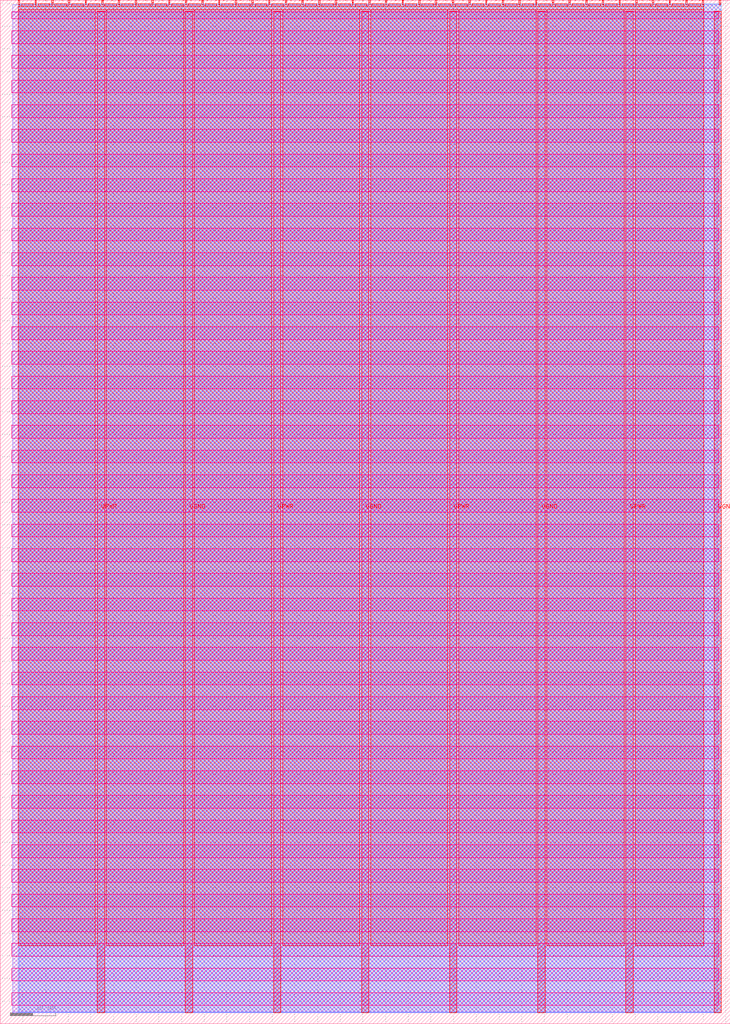
<source format=lef>
VERSION 5.7 ;
  NOWIREEXTENSIONATPIN ON ;
  DIVIDERCHAR "/" ;
  BUSBITCHARS "[]" ;
MACRO tt_um_aerox2_jrb8_computer
  CLASS BLOCK ;
  FOREIGN tt_um_aerox2_jrb8_computer ;
  ORIGIN 0.000 0.000 ;
  SIZE 161.000 BY 225.760 ;
  PIN VGND
    DIRECTION INOUT ;
    USE GROUND ;
    PORT
      LAYER met4 ;
        RECT 40.830 2.480 42.430 223.280 ;
    END
    PORT
      LAYER met4 ;
        RECT 79.700 2.480 81.300 223.280 ;
    END
    PORT
      LAYER met4 ;
        RECT 118.570 2.480 120.170 223.280 ;
    END
    PORT
      LAYER met4 ;
        RECT 157.440 2.480 159.040 223.280 ;
    END
  END VGND
  PIN VPWR
    DIRECTION INOUT ;
    USE POWER ;
    PORT
      LAYER met4 ;
        RECT 21.395 2.480 22.995 223.280 ;
    END
    PORT
      LAYER met4 ;
        RECT 60.265 2.480 61.865 223.280 ;
    END
    PORT
      LAYER met4 ;
        RECT 99.135 2.480 100.735 223.280 ;
    END
    PORT
      LAYER met4 ;
        RECT 138.005 2.480 139.605 223.280 ;
    END
  END VPWR
  PIN clk
    DIRECTION INPUT ;
    USE SIGNAL ;
    ANTENNAGATEAREA 0.852000 ;
    PORT
      LAYER met4 ;
        RECT 154.870 224.760 155.170 225.760 ;
    END
  END clk
  PIN ena
    DIRECTION INPUT ;
    USE SIGNAL ;
    PORT
      LAYER met4 ;
        RECT 158.550 224.760 158.850 225.760 ;
    END
  END ena
  PIN rst_n
    DIRECTION INPUT ;
    USE SIGNAL ;
    ANTENNAGATEAREA 0.196500 ;
    PORT
      LAYER met4 ;
        RECT 151.190 224.760 151.490 225.760 ;
    END
  END rst_n
  PIN ui_in[0]
    DIRECTION INPUT ;
    USE SIGNAL ;
    ANTENNAGATEAREA 0.196500 ;
    PORT
      LAYER met4 ;
        RECT 147.510 224.760 147.810 225.760 ;
    END
  END ui_in[0]
  PIN ui_in[1]
    DIRECTION INPUT ;
    USE SIGNAL ;
    ANTENNAGATEAREA 0.196500 ;
    PORT
      LAYER met4 ;
        RECT 143.830 224.760 144.130 225.760 ;
    END
  END ui_in[1]
  PIN ui_in[2]
    DIRECTION INPUT ;
    USE SIGNAL ;
    ANTENNAGATEAREA 0.196500 ;
    PORT
      LAYER met4 ;
        RECT 140.150 224.760 140.450 225.760 ;
    END
  END ui_in[2]
  PIN ui_in[3]
    DIRECTION INPUT ;
    USE SIGNAL ;
    ANTENNAGATEAREA 0.196500 ;
    PORT
      LAYER met4 ;
        RECT 136.470 224.760 136.770 225.760 ;
    END
  END ui_in[3]
  PIN ui_in[4]
    DIRECTION INPUT ;
    USE SIGNAL ;
    ANTENNAGATEAREA 0.196500 ;
    PORT
      LAYER met4 ;
        RECT 132.790 224.760 133.090 225.760 ;
    END
  END ui_in[4]
  PIN ui_in[5]
    DIRECTION INPUT ;
    USE SIGNAL ;
    ANTENNAGATEAREA 0.196500 ;
    PORT
      LAYER met4 ;
        RECT 129.110 224.760 129.410 225.760 ;
    END
  END ui_in[5]
  PIN ui_in[6]
    DIRECTION INPUT ;
    USE SIGNAL ;
    ANTENNAGATEAREA 0.196500 ;
    PORT
      LAYER met4 ;
        RECT 125.430 224.760 125.730 225.760 ;
    END
  END ui_in[6]
  PIN ui_in[7]
    DIRECTION INPUT ;
    USE SIGNAL ;
    ANTENNAGATEAREA 0.196500 ;
    PORT
      LAYER met4 ;
        RECT 121.750 224.760 122.050 225.760 ;
    END
  END ui_in[7]
  PIN uio_in[0]
    DIRECTION INPUT ;
    USE SIGNAL ;
    PORT
      LAYER met4 ;
        RECT 118.070 224.760 118.370 225.760 ;
    END
  END uio_in[0]
  PIN uio_in[1]
    DIRECTION INPUT ;
    USE SIGNAL ;
    PORT
      LAYER met4 ;
        RECT 114.390 224.760 114.690 225.760 ;
    END
  END uio_in[1]
  PIN uio_in[2]
    DIRECTION INPUT ;
    USE SIGNAL ;
    ANTENNAGATEAREA 0.213000 ;
    PORT
      LAYER met4 ;
        RECT 110.710 224.760 111.010 225.760 ;
    END
  END uio_in[2]
  PIN uio_in[3]
    DIRECTION INPUT ;
    USE SIGNAL ;
    PORT
      LAYER met4 ;
        RECT 107.030 224.760 107.330 225.760 ;
    END
  END uio_in[3]
  PIN uio_in[4]
    DIRECTION INPUT ;
    USE SIGNAL ;
    PORT
      LAYER met4 ;
        RECT 103.350 224.760 103.650 225.760 ;
    END
  END uio_in[4]
  PIN uio_in[5]
    DIRECTION INPUT ;
    USE SIGNAL ;
    PORT
      LAYER met4 ;
        RECT 99.670 224.760 99.970 225.760 ;
    END
  END uio_in[5]
  PIN uio_in[6]
    DIRECTION INPUT ;
    USE SIGNAL ;
    PORT
      LAYER met4 ;
        RECT 95.990 224.760 96.290 225.760 ;
    END
  END uio_in[6]
  PIN uio_in[7]
    DIRECTION INPUT ;
    USE SIGNAL ;
    ANTENNAGATEAREA 0.196500 ;
    PORT
      LAYER met4 ;
        RECT 92.310 224.760 92.610 225.760 ;
    END
  END uio_in[7]
  PIN uio_oe[0]
    DIRECTION OUTPUT TRISTATE ;
    USE SIGNAL ;
    PORT
      LAYER met4 ;
        RECT 29.750 224.760 30.050 225.760 ;
    END
  END uio_oe[0]
  PIN uio_oe[1]
    DIRECTION OUTPUT TRISTATE ;
    USE SIGNAL ;
    PORT
      LAYER met4 ;
        RECT 26.070 224.760 26.370 225.760 ;
    END
  END uio_oe[1]
  PIN uio_oe[2]
    DIRECTION OUTPUT TRISTATE ;
    USE SIGNAL ;
    PORT
      LAYER met4 ;
        RECT 22.390 224.760 22.690 225.760 ;
    END
  END uio_oe[2]
  PIN uio_oe[3]
    DIRECTION OUTPUT TRISTATE ;
    USE SIGNAL ;
    PORT
      LAYER met4 ;
        RECT 18.710 224.760 19.010 225.760 ;
    END
  END uio_oe[3]
  PIN uio_oe[4]
    DIRECTION OUTPUT TRISTATE ;
    USE SIGNAL ;
    PORT
      LAYER met4 ;
        RECT 15.030 224.760 15.330 225.760 ;
    END
  END uio_oe[4]
  PIN uio_oe[5]
    DIRECTION OUTPUT TRISTATE ;
    USE SIGNAL ;
    PORT
      LAYER met4 ;
        RECT 11.350 224.760 11.650 225.760 ;
    END
  END uio_oe[5]
  PIN uio_oe[6]
    DIRECTION OUTPUT TRISTATE ;
    USE SIGNAL ;
    PORT
      LAYER met4 ;
        RECT 7.670 224.760 7.970 225.760 ;
    END
  END uio_oe[6]
  PIN uio_oe[7]
    DIRECTION OUTPUT TRISTATE ;
    USE SIGNAL ;
    PORT
      LAYER met4 ;
        RECT 3.990 224.760 4.290 225.760 ;
    END
  END uio_oe[7]
  PIN uio_out[0]
    DIRECTION OUTPUT TRISTATE ;
    USE SIGNAL ;
    ANTENNADIFFAREA 0.795200 ;
    PORT
      LAYER met4 ;
        RECT 59.190 224.760 59.490 225.760 ;
    END
  END uio_out[0]
  PIN uio_out[1]
    DIRECTION OUTPUT TRISTATE ;
    USE SIGNAL ;
    ANTENNADIFFAREA 0.795200 ;
    PORT
      LAYER met4 ;
        RECT 55.510 224.760 55.810 225.760 ;
    END
  END uio_out[1]
  PIN uio_out[2]
    DIRECTION OUTPUT TRISTATE ;
    USE SIGNAL ;
    PORT
      LAYER met4 ;
        RECT 51.830 224.760 52.130 225.760 ;
    END
  END uio_out[2]
  PIN uio_out[3]
    DIRECTION OUTPUT TRISTATE ;
    USE SIGNAL ;
    ANTENNADIFFAREA 0.795200 ;
    PORT
      LAYER met4 ;
        RECT 48.150 224.760 48.450 225.760 ;
    END
  END uio_out[3]
  PIN uio_out[4]
    DIRECTION OUTPUT TRISTATE ;
    USE SIGNAL ;
    ANTENNADIFFAREA 0.795200 ;
    PORT
      LAYER met4 ;
        RECT 44.470 224.760 44.770 225.760 ;
    END
  END uio_out[4]
  PIN uio_out[5]
    DIRECTION OUTPUT TRISTATE ;
    USE SIGNAL ;
    PORT
      LAYER met4 ;
        RECT 40.790 224.760 41.090 225.760 ;
    END
  END uio_out[5]
  PIN uio_out[6]
    DIRECTION OUTPUT TRISTATE ;
    USE SIGNAL ;
    PORT
      LAYER met4 ;
        RECT 37.110 224.760 37.410 225.760 ;
    END
  END uio_out[6]
  PIN uio_out[7]
    DIRECTION OUTPUT TRISTATE ;
    USE SIGNAL ;
    PORT
      LAYER met4 ;
        RECT 33.430 224.760 33.730 225.760 ;
    END
  END uio_out[7]
  PIN uo_out[0]
    DIRECTION OUTPUT TRISTATE ;
    USE SIGNAL ;
    ANTENNAGATEAREA 0.126000 ;
    ANTENNADIFFAREA 0.891000 ;
    PORT
      LAYER met4 ;
        RECT 88.630 224.760 88.930 225.760 ;
    END
  END uo_out[0]
  PIN uo_out[1]
    DIRECTION OUTPUT TRISTATE ;
    USE SIGNAL ;
    ANTENNAGATEAREA 0.126000 ;
    ANTENNADIFFAREA 0.891000 ;
    PORT
      LAYER met4 ;
        RECT 84.950 224.760 85.250 225.760 ;
    END
  END uo_out[1]
  PIN uo_out[2]
    DIRECTION OUTPUT TRISTATE ;
    USE SIGNAL ;
    ANTENNAGATEAREA 0.126000 ;
    ANTENNADIFFAREA 0.891000 ;
    PORT
      LAYER met4 ;
        RECT 81.270 224.760 81.570 225.760 ;
    END
  END uo_out[2]
  PIN uo_out[3]
    DIRECTION OUTPUT TRISTATE ;
    USE SIGNAL ;
    ANTENNAGATEAREA 0.126000 ;
    ANTENNADIFFAREA 0.891000 ;
    PORT
      LAYER met4 ;
        RECT 77.590 224.760 77.890 225.760 ;
    END
  END uo_out[3]
  PIN uo_out[4]
    DIRECTION OUTPUT TRISTATE ;
    USE SIGNAL ;
    ANTENNAGATEAREA 0.126000 ;
    ANTENNADIFFAREA 0.891000 ;
    PORT
      LAYER met4 ;
        RECT 73.910 224.760 74.210 225.760 ;
    END
  END uo_out[4]
  PIN uo_out[5]
    DIRECTION OUTPUT TRISTATE ;
    USE SIGNAL ;
    ANTENNAGATEAREA 0.126000 ;
    ANTENNADIFFAREA 0.891000 ;
    PORT
      LAYER met4 ;
        RECT 70.230 224.760 70.530 225.760 ;
    END
  END uo_out[5]
  PIN uo_out[6]
    DIRECTION OUTPUT TRISTATE ;
    USE SIGNAL ;
    ANTENNAGATEAREA 0.126000 ;
    ANTENNADIFFAREA 0.891000 ;
    PORT
      LAYER met4 ;
        RECT 66.550 224.760 66.850 225.760 ;
    END
  END uo_out[6]
  PIN uo_out[7]
    DIRECTION OUTPUT TRISTATE ;
    USE SIGNAL ;
    ANTENNAGATEAREA 0.126000 ;
    ANTENNADIFFAREA 0.891000 ;
    PORT
      LAYER met4 ;
        RECT 62.870 224.760 63.170 225.760 ;
    END
  END uo_out[7]
  OBS
      LAYER nwell ;
        RECT 2.570 221.625 158.430 223.230 ;
        RECT 2.570 216.185 158.430 219.015 ;
        RECT 2.570 210.745 158.430 213.575 ;
        RECT 2.570 205.305 158.430 208.135 ;
        RECT 2.570 199.865 158.430 202.695 ;
        RECT 2.570 194.425 158.430 197.255 ;
        RECT 2.570 188.985 158.430 191.815 ;
        RECT 2.570 183.545 158.430 186.375 ;
        RECT 2.570 178.105 158.430 180.935 ;
        RECT 2.570 172.665 158.430 175.495 ;
        RECT 2.570 167.225 158.430 170.055 ;
        RECT 2.570 161.785 158.430 164.615 ;
        RECT 2.570 156.345 158.430 159.175 ;
        RECT 2.570 150.905 158.430 153.735 ;
        RECT 2.570 145.465 158.430 148.295 ;
        RECT 2.570 140.025 158.430 142.855 ;
        RECT 2.570 134.585 158.430 137.415 ;
        RECT 2.570 129.145 158.430 131.975 ;
        RECT 2.570 123.705 158.430 126.535 ;
        RECT 2.570 118.265 158.430 121.095 ;
        RECT 2.570 112.825 158.430 115.655 ;
        RECT 2.570 107.385 158.430 110.215 ;
        RECT 2.570 101.945 158.430 104.775 ;
        RECT 2.570 96.505 158.430 99.335 ;
        RECT 2.570 91.065 158.430 93.895 ;
        RECT 2.570 85.625 158.430 88.455 ;
        RECT 2.570 80.185 158.430 83.015 ;
        RECT 2.570 74.745 158.430 77.575 ;
        RECT 2.570 69.305 158.430 72.135 ;
        RECT 2.570 63.865 158.430 66.695 ;
        RECT 2.570 58.425 158.430 61.255 ;
        RECT 2.570 52.985 158.430 55.815 ;
        RECT 2.570 47.545 158.430 50.375 ;
        RECT 2.570 42.105 158.430 44.935 ;
        RECT 2.570 36.665 158.430 39.495 ;
        RECT 2.570 31.225 158.430 34.055 ;
        RECT 2.570 25.785 158.430 28.615 ;
        RECT 2.570 20.345 158.430 23.175 ;
        RECT 2.570 14.905 158.430 17.735 ;
        RECT 2.570 9.465 158.430 12.295 ;
        RECT 2.570 4.025 158.430 6.855 ;
      LAYER li1 ;
        RECT 2.760 2.635 158.240 223.125 ;
      LAYER met1 ;
        RECT 2.760 2.480 159.040 224.700 ;
      LAYER met2 ;
        RECT 4.230 2.535 159.010 224.925 ;
      LAYER met3 ;
        RECT 3.950 2.555 159.030 224.905 ;
      LAYER met4 ;
        RECT 4.690 224.360 7.270 224.905 ;
        RECT 8.370 224.360 10.950 224.905 ;
        RECT 12.050 224.360 14.630 224.905 ;
        RECT 15.730 224.360 18.310 224.905 ;
        RECT 19.410 224.360 21.990 224.905 ;
        RECT 23.090 224.360 25.670 224.905 ;
        RECT 26.770 224.360 29.350 224.905 ;
        RECT 30.450 224.360 33.030 224.905 ;
        RECT 34.130 224.360 36.710 224.905 ;
        RECT 37.810 224.360 40.390 224.905 ;
        RECT 41.490 224.360 44.070 224.905 ;
        RECT 45.170 224.360 47.750 224.905 ;
        RECT 48.850 224.360 51.430 224.905 ;
        RECT 52.530 224.360 55.110 224.905 ;
        RECT 56.210 224.360 58.790 224.905 ;
        RECT 59.890 224.360 62.470 224.905 ;
        RECT 63.570 224.360 66.150 224.905 ;
        RECT 67.250 224.360 69.830 224.905 ;
        RECT 70.930 224.360 73.510 224.905 ;
        RECT 74.610 224.360 77.190 224.905 ;
        RECT 78.290 224.360 80.870 224.905 ;
        RECT 81.970 224.360 84.550 224.905 ;
        RECT 85.650 224.360 88.230 224.905 ;
        RECT 89.330 224.360 91.910 224.905 ;
        RECT 93.010 224.360 95.590 224.905 ;
        RECT 96.690 224.360 99.270 224.905 ;
        RECT 100.370 224.360 102.950 224.905 ;
        RECT 104.050 224.360 106.630 224.905 ;
        RECT 107.730 224.360 110.310 224.905 ;
        RECT 111.410 224.360 113.990 224.905 ;
        RECT 115.090 224.360 117.670 224.905 ;
        RECT 118.770 224.360 121.350 224.905 ;
        RECT 122.450 224.360 125.030 224.905 ;
        RECT 126.130 224.360 128.710 224.905 ;
        RECT 129.810 224.360 132.390 224.905 ;
        RECT 133.490 224.360 136.070 224.905 ;
        RECT 137.170 224.360 139.750 224.905 ;
        RECT 140.850 224.360 143.430 224.905 ;
        RECT 144.530 224.360 147.110 224.905 ;
        RECT 148.210 224.360 150.790 224.905 ;
        RECT 151.890 224.360 154.470 224.905 ;
        RECT 3.975 223.680 155.185 224.360 ;
        RECT 3.975 17.175 20.995 223.680 ;
        RECT 23.395 17.175 40.430 223.680 ;
        RECT 42.830 17.175 59.865 223.680 ;
        RECT 62.265 17.175 79.300 223.680 ;
        RECT 81.700 17.175 98.735 223.680 ;
        RECT 101.135 17.175 118.170 223.680 ;
        RECT 120.570 17.175 137.605 223.680 ;
        RECT 140.005 17.175 155.185 223.680 ;
  END
END tt_um_aerox2_jrb8_computer
END LIBRARY


</source>
